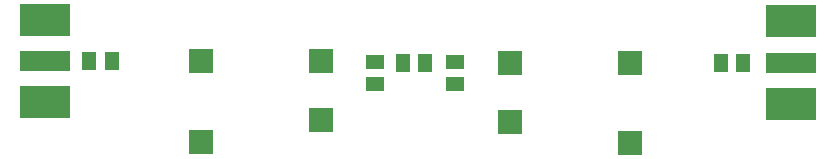
<source format=gbr>
G04 EAGLE Gerber RS-274X export*
G75*
%MOMM*%
%FSLAX34Y34*%
%LPD*%
%INSolderpaste Top*%
%IPPOS*%
%AMOC8*
5,1,8,0,0,1.08239X$1,22.5*%
G01*
%ADD10R,1.500000X1.300000*%
%ADD11R,1.300000X1.500000*%
%ADD12R,2.000000X2.000000*%
%ADD13R,4.191000X1.778000*%
%ADD14R,4.191000X2.667000*%


D10*
X302260Y70510D03*
X302260Y89510D03*
D11*
X325780Y88900D03*
X344780Y88900D03*
X60350Y90170D03*
X79350Y90170D03*
D12*
X256060Y90170D03*
X256060Y40170D03*
D10*
X369570Y70510D03*
X369570Y89510D03*
D11*
X614020Y88900D03*
X595020Y88900D03*
D12*
X416080Y88900D03*
X416080Y38900D03*
X154940Y21710D03*
X154940Y90010D03*
X518160Y20440D03*
X518160Y88740D03*
D13*
X22424Y90170D03*
D14*
X22424Y125116D03*
X22424Y55224D03*
D13*
X654486Y88900D03*
D14*
X654486Y53954D03*
X654486Y123846D03*
M02*

</source>
